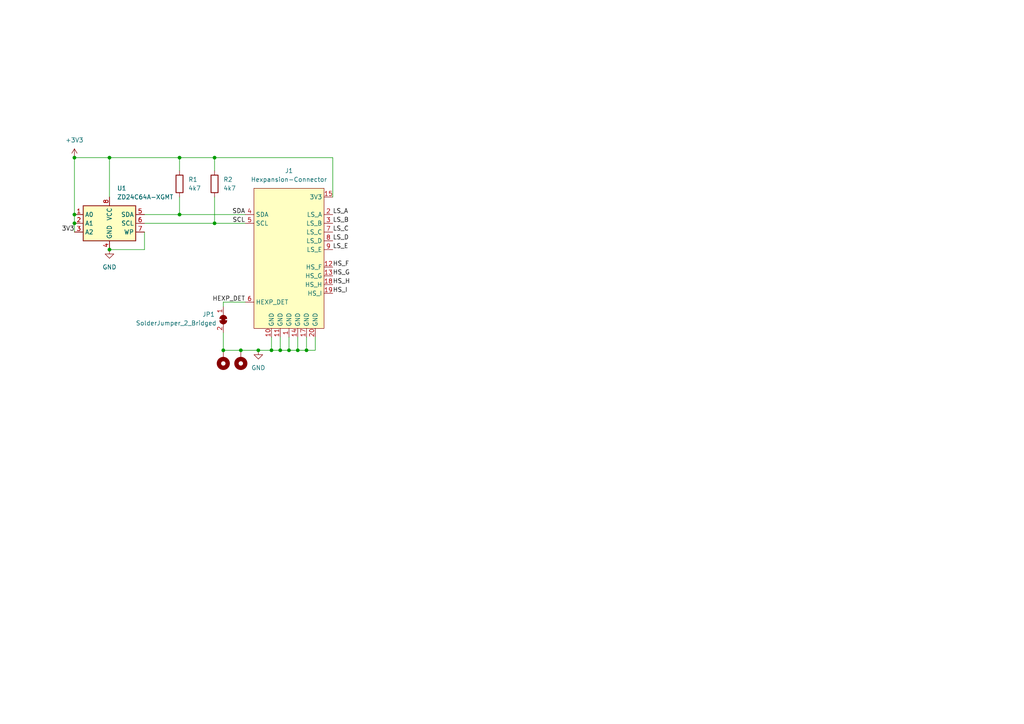
<source format=kicad_sch>
(kicad_sch (version 20231120) (generator "eeschema") (generator_version "8.0")
  (paper "A4")
  (lib_symbols
    (symbol "Device:R" (pin_numbers hide) (pin_names (offset 0))
      (property "Reference" "R" (at 2.032 0 90))
      (property "Value" "R" (at 0 0 90))
      (symbol "R_0_1"
        (rectangle (start -1.016 -2.54) (end 1.016 2.54) (stroke (width 0.254)))
      )
      (symbol "R_1_1"
        (pin passive line (at 0 3.81 270) (length 1.27) (name "~") (number "1"))
        (pin passive line (at 0 -3.81 90) (length 1.27) (name "~") (number "2"))
      )
    )
    (symbol "Jumper:SolderJumper_2_Bridged" (pin_names (offset 0) hide)
      (property "Reference" "JP" (at 0 2.032 0))
      (property "Value" "SolderJumper_2_Bridged" (at 0 -2.54 0))
      (symbol "SolderJumper_2_Bridged_0_1"
        (rectangle (start -0.508 0.508) (end 0.508 -0.508) (fill (type outline)))
        (arc (start -0.254 1.016) (mid -1.2656 0) (end -0.254 -1.016))
        (arc (start -0.254 1.016) (mid -1.2656 0) (end -0.254 -1.016) (fill (type outline)))
        (polyline (pts (xy -0.254 1.016) (xy -0.254 -1.016)))
        (polyline (pts (xy 0.254 1.016) (xy 0.254 -1.016)))
        (arc (start 0.254 -1.016) (mid 1.2656 0) (end 0.254 1.016))
        (arc (start 0.254 -1.016) (mid 1.2656 0) (end 0.254 1.016) (fill (type outline)))
      )
      (symbol "SolderJumper_2_Bridged_1_1"
        (pin passive line (at -3.81 0 0) (length 2.54) (name "A") (number "1"))
        (pin passive line (at 3.81 0 180) (length 2.54) (name "B") (number "2"))
      )
    )
    (symbol "Mechanical:MountingHole_Pad" (pin_numbers hide) (pin_names (offset 1.016) hide)
      (property "Reference" "H" (at 0 6.35 0))
      (property "Value" "MountingHole_Pad" (at 0 4.445 0))
      (symbol "MountingHole_Pad_0_1"
        (circle (center 0 1.27) (radius 1.27) (stroke (width 1.27)))
      )
      (symbol "MountingHole_Pad_1_1"
        (pin input line (at 0 -2.54 90) (length 2.54) (name "1") (number "1"))
      )
    )
    (symbol "Memory_EEPROM:AT24CS64-XHM"
      (property "Reference" "U" (at -7.62 6.35 0))
      (property "Value" "AT24CS64-XHM" (at 2.54 -6.35 0))
      (symbol "AT24CS64-XHM_1_1"
        (rectangle (start -7.62 5.08) (end 7.62 -5.08) (stroke (width 0.254)) (fill (type background)))
        (pin input line (at -10.16 2.54 0) (length 2.54) (name "A0") (number "1"))
        (pin input line (at -10.16 0 0) (length 2.54) (name "A1") (number "2"))
        (pin input line (at -10.16 -2.54 0) (length 2.54) (name "A2") (number "3"))
        (pin power_in line (at 0 -7.62 90) (length 2.54) (name "GND") (number "4"))
        (pin bidirectional line (at 10.16 2.54 180) (length 2.54) (name "SDA") (number "5"))
        (pin input line (at 10.16 0 180) (length 2.54) (name "SCL") (number "6"))
        (pin input line (at 10.16 -2.54 180) (length 2.54) (name "WP") (number "7"))
        (pin power_in line (at 0 7.62 270) (length 2.54) (name "VCC") (number "8"))
      )
    )
    (symbol "power:+3V3" (power) (pin_numbers hide) (pin_names (offset 0) hide)
      (property "Value" "+3V3" (at 0 3.556 0))
      (symbol "+3V3_0_1"
        (polyline (pts (xy -0.762 1.27) (xy 0 2.54)))
        (polyline (pts (xy 0 0) (xy 0 2.54)))
        (polyline (pts (xy 0 2.54) (xy 0.762 1.27)))
      )
      (symbol "+3V3_1_1"
        (pin power_in line (at 0 0 90) (length 0) (name "~") (number "1"))
      )
    )
    (symbol "power:GND" (power) (pin_numbers hide) (pin_names (offset 0) hide)
      (property "Value" "GND" (at 0 -3.81 0))
      (symbol "GND_0_1"
        (polyline (pts (xy 0 0) (xy 0 -1.27) (xy 1.27 -1.27) (xy 0 -2.54) (xy -1.27 -1.27) (xy 0 -1.27)))
      )
      (symbol "GND_1_1"
        (pin power_in line (at 0 0 270) (length 0) (name "~") (number "1"))
      )
    )
    (symbol "tildagon:hexpansion-edge-connector" (in_bom no)
      (property "Reference" "J" (at -6.35 17.78 0))
      (property "Value" "Hexpansion-Connector" (at 0 21.59 0))
      (symbol "hexpansion-edge-connector_1_1"
        (rectangle (start -10.16 20.32) (end 10.16 -20.32) (fill (type background)))
        (pin power_out line (at 0 -22.86 90) (length 2.54) (name "GND") (number "1"))
        (pin passive line (at -5.08 -22.86 90) (length 2.54) (name "GND") (number "10"))
        (pin passive line (at -2.54 -22.86 90) (length 2.54) (name "GND") (number "11"))
        (pin bidirectional line (at 12.7 -2.54 180) (length 2.54) (name "HS_F") (number "12"))
        (pin bidirectional line (at 12.7 -5.08 180) (length 2.54) (name "HS_G") (number "13"))
        (pin passive line (at 2.54 -22.86 90) (length 2.54) (name "GND") (number "14"))
        (pin power_out line (at 12.7 17.78 180) (length 2.54) (name "3V3") (number "15"))
        (pin passive line (at 12.7 17.78 180) (length 2.54) hide (name "3V3") (number "16"))
        (pin passive line (at 5.08 -22.86 90) (length 2.54) (name "GND") (number "17"))
        (pin bidirectional line (at 12.7 -7.62 180) (length 2.54) (name "HS_H") (number "18"))
        (pin bidirectional line (at 12.7 -10.16 180) (length 2.54) (name "HS_I") (number "19"))
        (pin bidirectional line (at 12.7 12.7 180) (length 2.54) (name "LS_A") (number "2"))
        (pin passive line (at 7.62 -22.86 90) (length 2.54) (name "GND") (number "20"))
        (pin bidirectional line (at 12.7 10.16 180) (length 2.54) (name "LS_B") (number "3"))
        (pin bidirectional line (at -12.7 12.7 0) (length 2.54) (name "SDA") (number "4"))
        (pin output line (at -12.7 10.16 0) (length 2.54) (name "SCL") (number "5"))
        (pin bidirectional line (at -12.7 -12.7 0) (length 2.54) (name "HEXP_DET") (number "6"))
        (pin bidirectional line (at 12.7 7.62 180) (length 2.54) (name "LS_C") (number "7"))
        (pin bidirectional line (at 12.7 5.08 180) (length 2.54) (name "LS_D") (number "8"))
        (pin bidirectional line (at 12.7 2.54 180) (length 2.54) (name "LS_E") (number "9"))
      )
    )
  )
  (junction (at 83.82 101.6))
  (junction (at 31.75 45.72))
  (junction (at 52.07 45.72))
  (junction (at 52.07 62.23))
  (junction (at 21.59 64.77))
  (junction (at 81.28 101.6))
  (junction (at 21.59 45.72))
  (junction (at 31.75 72.39))
  (junction (at 88.9 101.6))
  (junction (at 64.77 101.6))
  (junction (at 74.93 101.6))
  (junction (at 86.36 101.6))
  (junction (at 62.23 45.72))
  (junction (at 78.74 101.6))
  (junction (at 21.59 62.23))
  (junction (at 62.23 64.77))
  (junction (at 69.85 101.6))
  (wire (pts (xy 81.28 101.6) (xy 83.82 101.6)))
  (wire (pts (xy 64.77 101.6) (xy 69.85 101.6)))
  (wire (pts (xy 41.91 67.31) (xy 41.91 72.39)))
  (wire (pts (xy 91.44 97.79) (xy 91.44 101.6)))
  (wire (pts (xy 52.07 45.72) (xy 52.07 49.53)))
  (wire (pts (xy 41.91 62.23) (xy 52.07 62.23)))
  (wire (pts (xy 69.85 101.6) (xy 74.93 101.6)))
  (wire (pts (xy 88.9 97.79) (xy 88.9 101.6)))
  (wire (pts (xy 78.74 97.79) (xy 78.74 101.6)))
  (wire (pts (xy 71.12 87.63) (xy 64.77 87.63)))
  (wire (pts (xy 86.36 101.6) (xy 88.9 101.6)))
  (wire (pts (xy 78.74 101.6) (xy 81.28 101.6)))
  (wire (pts (xy 81.28 97.79) (xy 81.28 101.6)))
  (wire (pts (xy 52.07 57.15) (xy 52.07 62.23)))
  (wire (pts (xy 31.75 45.72) (xy 52.07 45.72)))
  (wire (pts (xy 52.07 62.23) (xy 71.12 62.23)))
  (wire (pts (xy 96.52 45.72) (xy 96.52 57.15)))
  (wire (pts (xy 64.77 87.63) (xy 64.77 88.9)))
  (wire (pts (xy 62.23 64.77) (xy 71.12 64.77)))
  (wire (pts (xy 64.77 96.52) (xy 64.77 101.6)))
  (wire (pts (xy 83.82 101.6) (xy 86.36 101.6)))
  (wire (pts (xy 83.82 97.79) (xy 83.82 101.6)))
  (wire (pts (xy 31.75 45.72) (xy 31.75 57.15)))
  (wire (pts (xy 52.07 45.72) (xy 62.23 45.72)))
  (wire (pts (xy 41.91 64.77) (xy 62.23 64.77)))
  (wire (pts (xy 21.59 67.31) (xy 21.59 64.77)))
  (wire (pts (xy 88.9 101.6) (xy 91.44 101.6)))
  (wire (pts (xy 62.23 45.72) (xy 96.52 45.72)))
  (wire (pts (xy 41.91 72.39) (xy 31.75 72.39)))
  (wire (pts (xy 62.23 57.15) (xy 62.23 64.77)))
  (wire (pts (xy 21.59 64.77) (xy 21.59 62.23)))
  (wire (pts (xy 62.23 45.72) (xy 62.23 49.53)))
  (wire (pts (xy 74.93 101.6) (xy 78.74 101.6)))
  (wire (pts (xy 21.59 45.72) (xy 31.75 45.72)))
  (wire (pts (xy 21.59 62.23) (xy 21.59 45.72)))
  (wire (pts (xy 86.36 97.79) (xy 86.36 101.6)))
  (label "LS_E" (at 96.52 72.39 0))
  (label "LS_A" (at 96.52 62.23 0))
  (label "SCL" (at 71.12 64.77 180))
  (label "SDA" (at 71.12 62.23 180))
  (label "HS_I" (at 96.52 85.09 0))
  (label "HS_F" (at 96.52 77.47 0))
  (label "LS_C" (at 96.52 67.31 0))
  (label "HS_G" (at 96.52 80.01 0))
  (label "HS_H" (at 96.52 82.55 0))
  (label "LS_D" (at 96.52 69.85 0))
  (label "HEXP_DET" (at 71.12 87.63 180))
  (label "LS_B" (at 96.52 64.77 0))
  (label "3V3" (at 21.59 67.31 180))
  (symbol (lib_id "power:+3V3") (at 21.59 45.72 0) (unit 1)
    (property "Reference" "#PWR03" (effects (hide yes)))
    (property "Value" "+3V3" (at 21.59 40.64 0))
    (property "Description" "Power symbol creates a global label with name \"+3V3\"" (effects (hide yes)))
  )
  (symbol (lib_id "Mechanical:MountingHole_Pad") (at 64.77 104.14 180) (unit 1)
    (property "Reference" "H1" (effects (hide yes)))
    (property "Value" "MountingHole_Pad" (effects (hide yes)))
    (property "Footprint" "MountingHole:MountingHole_2.2mm_M2_Pad_Via" (effects (hide yes)))
  )
  (symbol (lib_id "Device:R") (at 52.07 53.34 0) (unit 1)
    (property "Reference" "R1" (at 54.61 52.0699 0) (effects (justify left)))
    (property "Value" "4k7" (at 54.61 54.6099 0) (effects (justify left)))
    (property "Footprint" "Resistor_SMD:R_0402_1005Metric" (effects (hide yes)))
    (property "Description" "Resistor" (effects (hide yes)))
    (property "MPN" "C5120109" (effects (hide yes)))
  )
  (symbol (lib_id "Mechanical:MountingHole_Pad") (at 69.85 104.14 180) (unit 1)
    (property "Reference" "H2" (effects (hide yes)))
    (property "Value" "MountingHole_Pad" (effects (hide yes)))
    (property "Footprint" "MountingHole:MountingHole_2.2mm_M2_Pad_Via" (effects (hide yes)))
  )
  (symbol (lib_id "tildagon:hexpansion-edge-connector") (at 83.82 74.93 0) (unit 1) (exclude_from_sim yes) (in_bom no)
    (property "Reference" "J1" (at 83.82 49.53 0))
    (property "Value" "Hexpansion-Connector" (at 83.82 52.07 0))
    (property "Footprint" "tildagon:hexpansion-edge-connector" (effects (hide yes)))
  )
  (symbol (lib_id "Device:R") (at 62.23 53.34 0) (unit 1)
    (property "Reference" "R2" (at 64.77 52.0699 0) (effects (justify left)))
    (property "Value" "4k7" (at 64.77 54.6099 0) (effects (justify left)))
    (property "Footprint" "Resistor_SMD:R_0402_1005Metric" (effects (hide yes)))
    (property "Description" "Resistor" (effects (hide yes)))
    (property "MPN" "C5120109" (effects (hide yes)))
  )
  (symbol (lib_id "power:GND") (at 31.75 72.39 0) (unit 1)
    (property "Reference" "#PWR02" (effects (hide yes)))
    (property "Value" "GND" (at 31.75 77.47 0))
    (property "Description" "Power symbol creates a global label with name \"GND\" , ground" (effects (hide yes)))
  )
  (symbol (lib_id "Memory_EEPROM:AT24CS64-XHM") (at 31.75 64.77 0) (unit 1)
    (property "Reference" "U1" (at 33.9441 54.61 0) (effects (justify left)))
    (property "Value" "ZD24C64A-XGMT" (at 33.9441 57.15 0) (effects (justify left)))
    (property "Footprint" "Package_SO:TSSOP-8_4.4x3mm_P0.65mm" (effects (hide yes)))
    (property "Datasheet" "http://ww1.microchip.com/downloads/en/DeviceDoc/Atmel-8870-SEEPROM-AT24CS64-Datasheet.pdf" (effects (hide yes)))
    (property "Description" "I2C Serial EEPROM, 64Kb (8192x8) with Unique Serial Number, TSSOP8" (effects (hide yes)))
    (property "MPN" "C2875852" (effects (hide yes)))
  )
  (symbol (lib_id "Jumper:SolderJumper_2_Bridged") (at 64.77 92.71 270) (unit 1)
    (property "Reference" "JP1" (at 58.674 91.186 90) (effects (justify left)))
    (property "Value" "SolderJumper_2_Bridged" (at 39.37 93.726 90) (effects (justify left)))
    (property "Footprint" "Jumper:SolderJumper-2_P1.3mm_Bridged_RoundedPad1.0x1.5mm" (effects (hide yes)))
  )
  (symbol (lib_id "power:GND") (at 74.93 101.6 0) (unit 1)
    (property "Reference" "#PWR01" (effects (hide yes)))
    (property "Value" "GND" (at 74.93 106.68 0))
    (property "Description" "Power symbol creates a global label with name \"GND\" , ground" (effects (hide yes)))
  )
)
</source>
